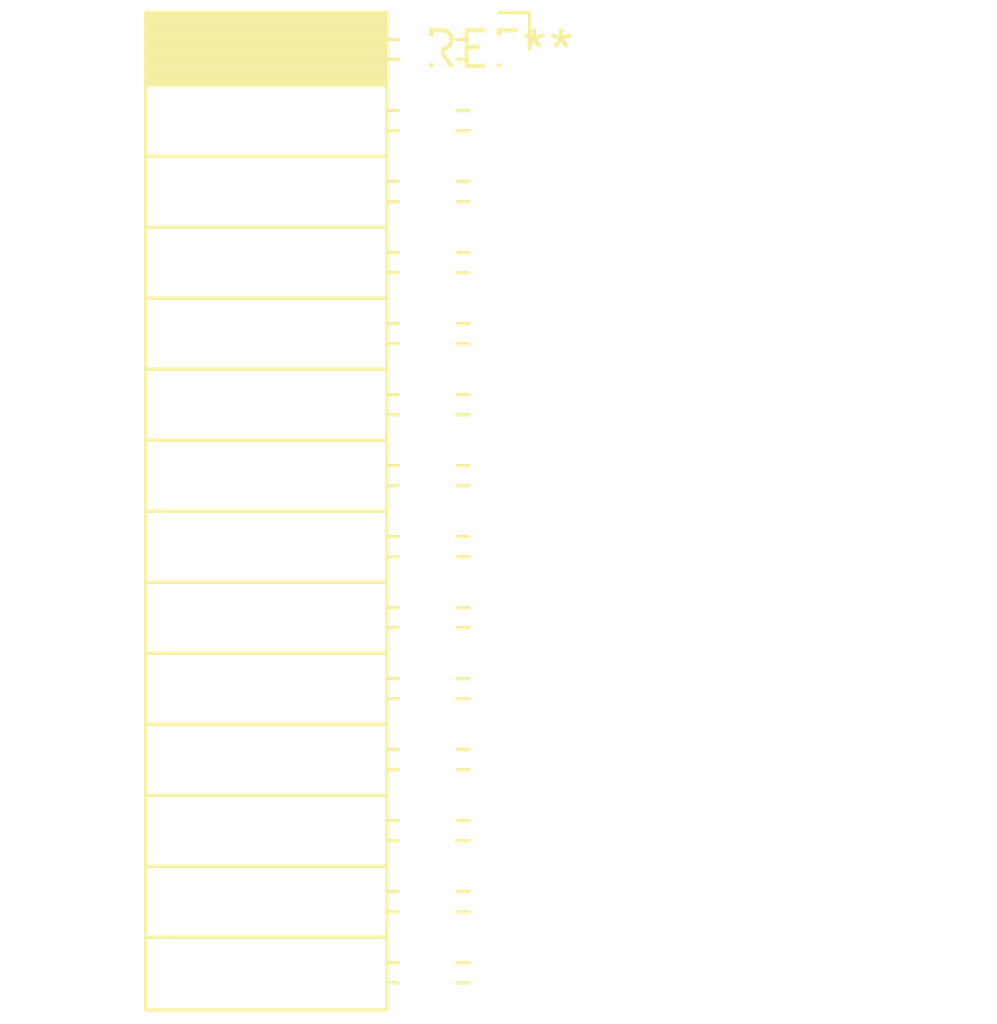
<source format=kicad_pcb>
(kicad_pcb (version 20240108) (generator pcbnew)
  (layers (0 "F.Cu" signal) (31 "B.Cu" signal) (34 "B.Paste" user) (35 "F.Paste" user) (36 "B.SilkS" user "B.Silkscreen") (37 "F.SilkS" user "F.Silkscreen") (38 "B.Mask" user) (39 "F.Mask" user) (44 "Edge.Cuts" user))
  (net 0 "")
  (footprint "PinSocket_2x14_P2.54mm_Horizontal" (layer "F.Cu") (at 0 0)
    (property "Reference" "REF**")
    (property "Value" "PinSocket_2x14_P2.54mm_Horizontal")
    (fp_line (start -12.63 -1.33) (end -12.63 34.35) (layer "F.SilkS") (stroke (width 0.12)))
    (fp_line (start -12.63 -1.33) (end -4 -1.33) (layer "F.SilkS") (stroke (width 0.12)))
    (fp_line (start -12.63 -1.21) (end -4 -1.21) (layer "F.SilkS") (stroke (width 0.12)))
    (fp_line (start -12.63 -1.091905) (end -4 -1.091905) (layer "F.SilkS") (stroke (width 0.12)))
    (fp_line (start -12.63 -0.97381) (end -4 -0.97381) (layer "F.SilkS") (stroke (width 0.12)))
    (fp_line (start -12.63 -0.855715) (end -4 -0.855715) (layer "F.SilkS") (stroke (width 0.12)))
    (fp_line (start -12.63 -0.73762) (end -4 -0.73762) (layer "F.SilkS") (stroke (width 0.12)))
    (fp_line (start -12.63 -0.619525) (end -4 -0.619525) (layer "F.SilkS") (stroke (width 0.12)))
    (fp_line (start -12.63 -0.50143) (end -4 -0.50143) (layer "F.SilkS") (stroke (width 0.12)))
    (fp_line (start -12.63 -0.383335) (end -4 -0.383335) (layer "F.SilkS") (stroke (width 0.12)))
    (fp_line (start -12.63 -0.26524) (end -4 -0.26524) (layer "F.SilkS") (stroke (width 0.12)))
    (fp_line (start -12.63 -0.147145) (end -4 -0.147145) (layer "F.SilkS") (stroke (width 0.12)))
    (fp_line (start -12.63 -0.02905) (end -4 -0.02905) (layer "F.SilkS") (stroke (width 0.12)))
    (fp_line (start -12.63 0.089045) (end -4 0.089045) (layer "F.SilkS") (stroke (width 0.12)))
    (fp_line (start -12.63 0.20714) (end -4 0.20714) (layer "F.SilkS") (stroke (width 0.12)))
    (fp_line (start -12.63 0.325235) (end -4 0.325235) (layer "F.SilkS") (stroke (width 0.12)))
    (fp_line (start -12.63 0.44333) (end -4 0.44333) (layer "F.SilkS") (stroke (width 0.12)))
    (fp_line (start -12.63 0.561425) (end -4 0.561425) (layer "F.SilkS") (stroke (width 0.12)))
    (fp_line (start -12.63 0.67952) (end -4 0.67952) (layer "F.SilkS") (stroke (width 0.12)))
    (fp_line (start -12.63 0.797615) (end -4 0.797615) (layer "F.SilkS") (stroke (width 0.12)))
    (fp_line (start -12.63 0.91571) (end -4 0.91571) (layer "F.SilkS") (stroke (width 0.12)))
    (fp_line (start -12.63 1.033805) (end -4 1.033805) (layer "F.SilkS") (stroke (width 0.12)))
    (fp_line (start -12.63 1.1519) (end -4 1.1519) (layer "F.SilkS") (stroke (width 0.12)))
    (fp_line (start -12.63 1.27) (end -4 1.27) (layer "F.SilkS") (stroke (width 0.12)))
    (fp_line (start -12.63 3.81) (end -4 3.81) (layer "F.SilkS") (stroke (width 0.12)))
    (fp_line (start -12.63 6.35) (end -4 6.35) (layer "F.SilkS") (stroke (width 0.12)))
    (fp_line (start -12.63 8.89) (end -4 8.89) (layer "F.SilkS") (stroke (width 0.12)))
    (fp_line (start -12.63 11.43) (end -4 11.43) (layer "F.SilkS") (stroke (width 0.12)))
    (fp_line (start -12.63 13.97) (end -4 13.97) (layer "F.SilkS") (stroke (width 0.12)))
    (fp_line (start -12.63 16.51) (end -4 16.51) (layer "F.SilkS") (stroke (width 0.12)))
    (fp_line (start -12.63 19.05) (end -4 19.05) (layer "F.SilkS") (stroke (width 0.12)))
    (fp_line (start -12.63 21.59) (end -4 21.59) (layer "F.SilkS") (stroke (width 0.12)))
    (fp_line (start -12.63 24.13) (end -4 24.13) (layer "F.SilkS") (stroke (width 0.12)))
    (fp_line (start -12.63 26.67) (end -4 26.67) (layer "F.SilkS") (stroke (width 0.12)))
    (fp_line (start -12.63 29.21) (end -4 29.21) (layer "F.SilkS") (stroke (width 0.12)))
    (fp_line (start -12.63 31.75) (end -4 31.75) (layer "F.SilkS") (stroke (width 0.12)))
    (fp_line (start -12.63 34.35) (end -4 34.35) (layer "F.SilkS") (stroke (width 0.12)))
    (fp_line (start -4 -1.33) (end -4 34.35) (layer "F.SilkS") (stroke (width 0.12)))
    (fp_line (start -4 -0.36) (end -3.59 -0.36) (layer "F.SilkS") (stroke (width 0.12)))
    (fp_line (start -4 0.36) (end -3.59 0.36) (layer "F.SilkS") (stroke (width 0.12)))
    (fp_line (start -4 2.18) (end -3.59 2.18) (layer "F.SilkS") (stroke (width 0.12)))
    (fp_line (start -4 2.9) (end -3.59 2.9) (layer "F.SilkS") (stroke (width 0.12)))
    (fp_line (start -4 4.72) (end -3.59 4.72) (layer "F.SilkS") (stroke (width 0.12)))
    (fp_line (start -4 5.44) (end -3.59 5.44) (layer "F.SilkS") (stroke (width 0.12)))
    (fp_line (start -4 7.26) (end -3.59 7.26) (layer "F.SilkS") (stroke (width 0.12)))
    (fp_line (start -4 7.98) (end -3.59 7.98) (layer "F.SilkS") (stroke (width 0.12)))
    (fp_line (start -4 9.8) (end -3.59 9.8) (layer "F.SilkS") (stroke (width 0.12)))
    (fp_line (start -4 10.52) (end -3.59 10.52) (layer "F.SilkS") (stroke (width 0.12)))
    (fp_line (start -4 12.34) (end -3.59 12.34) (layer "F.SilkS") (stroke (width 0.12)))
    (fp_line (start -4 13.06) (end -3.59 13.06) (layer "F.SilkS") (stroke (width 0.12)))
    (fp_line (start -4 14.88) (end -3.59 14.88) (layer "F.SilkS") (stroke (width 0.12)))
    (fp_line (start -4 15.6) (end -3.59 15.6) (layer "F.SilkS") (stroke (width 0.12)))
    (fp_line (start -4 17.42) (end -3.59 17.42) (layer "F.SilkS") (stroke (width 0.12)))
    (fp_line (start -4 18.14) (end -3.59 18.14) (layer "F.SilkS") (stroke (width 0.12)))
    (fp_line (start -4 19.96) (end -3.59 19.96) (layer "F.SilkS") (stroke (width 0.12)))
    (fp_line (start -4 20.68) (end -3.59 20.68) (layer "F.SilkS") (stroke (width 0.12)))
    (fp_line (start -4 22.5) (end -3.59 22.5) (layer "F.SilkS") (stroke (width 0.12)))
    (fp_line (start -4 23.22) (end -3.59 23.22) (layer "F.SilkS") (stroke (width 0.12)))
    (fp_line (start -4 25.04) (end -3.59 25.04) (layer "F.SilkS") (stroke (width 0.12)))
    (fp_line (start -4 25.76) (end -3.59 25.76) (layer "F.SilkS") (stroke (width 0.12)))
    (fp_line (start -4 27.58) (end -3.59 27.58) (layer "F.SilkS") (stroke (width 0.12)))
    (fp_line (start -4 28.3) (end -3.59 28.3) (layer "F.SilkS") (stroke (width 0.12)))
    (fp_line (start -4 30.12) (end -3.59 30.12) (layer "F.SilkS") (stroke (width 0.12)))
    (fp_line (start -4 30.84) (end -3.59 30.84) (layer "F.SilkS") (stroke (width 0.12)))
    (fp_line (start -4 32.66) (end -3.59 32.66) (layer "F.SilkS") (stroke (width 0.12)))
    (fp_line (start -4 33.38) (end -3.59 33.38) (layer "F.SilkS") (stroke (width 0.12)))
    (fp_line (start -1.49 -0.36) (end -1.11 -0.36) (layer "F.SilkS") (stroke (width 0.12)))
    (fp_line (start -1.49 0.36) (end -1.11 0.36) (layer "F.SilkS") (stroke (width 0.12)))
    (fp_line (start -1.49 2.18) (end -1.05 2.18) (layer "F.SilkS") (stroke (width 0.12)))
    (fp_line (start -1.49 2.9) (end -1.05 2.9) (layer "F.SilkS") (stroke (width 0.12)))
    (fp_line (start -1.49 4.72) (end -1.05 4.72) (layer "F.SilkS") (stroke (width 0.12)))
    (fp_line (start -1.49 5.44) (end -1.05 5.44) (layer "F.SilkS") (stroke (width 0.12)))
    (fp_line (start -1.49 7.26) (end -1.05 7.26) (layer "F.SilkS") (stroke (width 0.12)))
    (fp_line (start -1.49 7.98) (end -1.05 7.98) (layer "F.SilkS") (stroke (width 0.12)))
    (fp_line (start -1.49 9.8) (end -1.05 9.8) (layer "F.SilkS") (stroke (width 0.12)))
    (fp_line (start -1.49 10.52) (end -1.05 10.52) (layer "F.SilkS") (stroke (width 0.12)))
    (fp_line (start -1.49 12.34) (end -1.05 12.34) (layer "F.SilkS") (stroke (width 0.12)))
    (fp_line (start -1.49 13.06) (end -1.05 13.06) (layer "F.SilkS") (stroke (width 0.12)))
    (fp_line (start -1.49 14.88) (end -1.05 14.88) (layer "F.SilkS") (stroke (width 0.12)))
    (fp_line (start -1.49 15.6) (end -1.05 15.6) (layer "F.SilkS") (stroke (width 0.12)))
    (fp_line (start -1.49 17.42) (end -1.05 17.42) (layer "F.SilkS") (stroke (width 0.12)))
    (fp_line (start -1.49 18.14) (end -1.05 18.14) (layer "F.SilkS") (stroke (width 0.12)))
    (fp_line (start -1.49 19.96) (end -1.05 19.96) (layer "F.SilkS") (stroke (width 0.12)))
    (fp_line (start -1.49 20.68) (end -1.05 20.68) (layer "F.SilkS") (stroke (width 0.12)))
    (fp_line (start -1.49 22.5) (end -1.05 22.5) (layer "F.SilkS") (stroke (width 0.12)))
    (fp_line (start -1.49 23.22) (end -1.05 23.22) (layer "F.SilkS") (stroke (width 0.12)))
    (fp_line (start -1.49 25.04) (end -1.05 25.04) (layer "F.SilkS") (stroke (width 0.12)))
    (fp_line (start -1.49 25.76) (end -1.05 25.76) (layer "F.SilkS") (stroke (width 0.12)))
    (fp_line (start -1.49 27.58) (end -1.05 27.58) (layer "F.SilkS") (stroke (width 0.12)))
    (fp_line (start -1.49 28.3) (end -1.05 28.3) (layer "F.SilkS") (stroke (width 0.12)))
    (fp_line (start -1.49 30.12) (end -1.05 30.12) (layer "F.SilkS") (stroke (width 0.12)))
    (fp_line (start -1.49 30.84) (end -1.05 30.84) (layer "F.SilkS") (stroke (width 0.12)))
    (fp_line (start -1.49 32.66) (end -1.05 32.66) (layer "F.SilkS") (stroke (width 0.12)))
    (fp_line (start -1.49 33.38) (end -1.05 33.38) (layer "F.SilkS") (stroke (width 0.12)))
    (fp_line (start 0 -1.33) (end 1.11 -1.33) (layer "F.SilkS") (stroke (width 0.12)))
    (fp_line (start 1.11 -1.33) (end 1.11 0) (layer "F.SilkS") (stroke (width 0.12)))
    (pad "1" thru_hole rect (at 0 0) (size 1.7 1.7) (drill 1) (layers *.Cu *.Mask) (remove_unused_layers))
    (pad "2" thru_hole oval (at -2.54 0) (size 1.7 1.7) (drill 1) (layers *.Cu *.Mask) (remove_unused_layers))
    (pad "3" thru_hole oval (at 0 2.54) (size 1.7 1.7) (drill 1) (layers *.Cu *.Mask) (remove_unused_layers))
    (pad "4" thru_hole oval (at -2.54 2.54) (size 1.7 1.7) (drill 1) (layers *.Cu *.Mask) (remove_unused_layers))
    (pad "5" thru_hole oval (at 0 5.08) (size 1.7 1.7) (drill 1) (layers *.Cu *.Mask) (remove_unused_layers))
    (pad "6" thru_hole oval (at -2.54 5.08) (size 1.7 1.7) (drill 1) (layers *.Cu *.Mask) (remove_unused_layers))
    (pad "7" thru_hole oval (at 0 7.62) (size 1.7 1.7) (drill 1) (layers *.Cu *.Mask) (remove_unused_layers))
    (pad "8" thru_hole oval (at -2.54 7.62) (size 1.7 1.7) (drill 1) (layers *.Cu *.Mask) (remove_unused_layers))
    (pad "9" thru_hole oval (at 0 10.16) (size 1.7 1.7) (drill 1) (layers *.Cu *.Mask) (remove_unused_layers))
    (pad "10" thru_hole oval (at -2.54 10.16) (size 1.7 1.7) (drill 1) (layers *.Cu *.Mask) (remove_unused_layers))
    (pad "11" thru_hole oval (at 0 12.7) (size 1.7 1.7) (drill 1) (layers *.Cu *.Mask) (remove_unused_layers))
    (pad "12" thru_hole oval (at -2.54 12.7) (size 1.7 1.7) (drill 1) (layers *.Cu *.Mask) (remove_unused_layers))
    (pad "13" thru_hole oval (at 0 15.24) (size 1.7 1.7) (drill 1) (layers *.Cu *.Mask) (remove_unused_layers))
    (pad "14" thru_hole oval (at -2.54 15.24) (size 1.7 1.7) (drill 1) (layers *.Cu *.Mask) (remove_unused_layers))
    (pad "15" thru_hole oval (at 0 17.78) (size 1.7 1.7) (drill 1) (layers *.Cu *.Mask) (remove_unused_layers))
    (pad "16" thru_hole oval (at -2.54 17.78) (size 1.7 1.7) (drill 1) (layers *.Cu *.Mask) (remove_unused_layers))
    (pad "17" thru_hole oval (at 0 20.32) (size 1.7 1.7) (drill 1) (layers *.Cu *.Mask) (remove_unused_layers))
    (pad "18" thru_hole oval (at -2.54 20.32) (size 1.7 1.7) (drill 1) (layers *.Cu *.Mask) (remove_unused_layers))
    (pad "19" thru_hole oval (at 0 22.86) (size 1.7 1.7) (drill 1) (layers *.Cu *.Mask) (remove_unused_layers))
    (pad "20" thru_hole oval (at -2.54 22.86) (size 1.7 1.7) (drill 1) (layers *.Cu *.Mask) (remove_unused_layers))
    (pad "21" thru_hole oval (at 0 25.4) (size 1.7 1.7) (drill 1) (layers *.Cu *.Mask) (remove_unused_layers))
    (pad "22" thru_hole oval (at -2.54 25.4) (size 1.7 1.7) (drill 1) (layers *.Cu *.Mask) (remove_unused_layers))
    (pad "23" thru_hole oval (at 0 27.94) (size 1.7 1.7) (drill 1) (layers *.Cu *.Mask) (remove_unused_layers))
    (pad "24" thru_hole oval (at -2.54 27.94) (size 1.7 1.7) (drill 1) (layers *.Cu *.Mask) (remove_unused_layers))
    (pad "25" thru_hole oval (at 0 30.48) (size 1.7 1.7) (drill 1) (layers *.Cu *.Mask) (remove_unused_layers))
    (pad "26" thru_hole oval (at -2.54 30.48) (size 1.7 1.7) (drill 1) (layers *.Cu *.Mask) (remove_unused_layers))
    (pad "27" thru_hole oval (at 0 33.02) (size 1.7 1.7) (drill 1) (layers *.Cu *.Mask) (remove_unused_layers))
    (pad "28" thru_hole oval (at -2.54 33.02) (size 1.7 1.7) (drill 1) (layers *.Cu *.Mask) (remove_unused_layers))
  )
)
</source>
